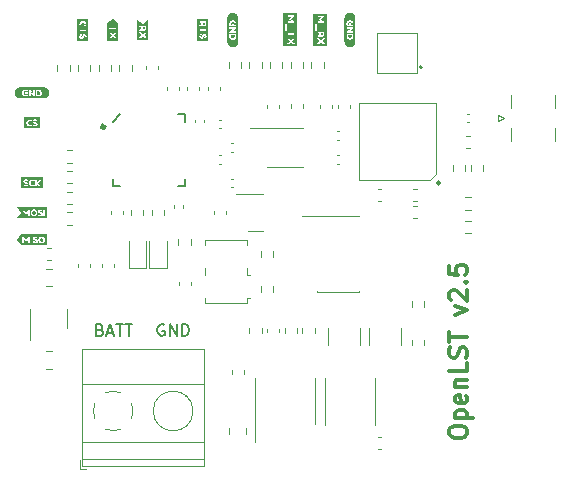
<source format=gto>
%TF.GenerationSoftware,KiCad,Pcbnew,5.99.0-unknown-c5e195bdff~131~ubuntu20.04.1*%
%TF.CreationDate,2021-08-04T16:13:58-04:00*%
%TF.ProjectId,openlst-hw,6f70656e-6c73-4742-9d68-772e6b696361,rev?*%
%TF.SameCoordinates,Original*%
%TF.FileFunction,Legend,Top*%
%TF.FilePolarity,Positive*%
%FSLAX46Y46*%
G04 Gerber Fmt 4.6, Leading zero omitted, Abs format (unit mm)*
G04 Created by KiCad (PCBNEW 5.99.0-unknown-c5e195bdff~131~ubuntu20.04.1) date 2021-08-04 16:13:58*
%MOMM*%
%LPD*%
G01*
G04 APERTURE LIST*
%ADD10C,0.300000*%
%ADD11C,0.200000*%
%ADD12C,0.120000*%
%ADD13C,0.150000*%
%ADD14C,0.100000*%
%ADD15C,0.250000*%
%ADD16C,0.127000*%
G04 APERTURE END LIST*
D10*
X178228571Y-112114285D02*
X178228571Y-111828571D01*
X178300000Y-111685714D01*
X178442857Y-111542857D01*
X178728571Y-111471428D01*
X179228571Y-111471428D01*
X179514285Y-111542857D01*
X179657142Y-111685714D01*
X179728571Y-111828571D01*
X179728571Y-112114285D01*
X179657142Y-112257142D01*
X179514285Y-112400000D01*
X179228571Y-112471428D01*
X178728571Y-112471428D01*
X178442857Y-112400000D01*
X178300000Y-112257142D01*
X178228571Y-112114285D01*
X178728571Y-110828571D02*
X180228571Y-110828571D01*
X178800000Y-110828571D02*
X178728571Y-110685714D01*
X178728571Y-110400000D01*
X178800000Y-110257142D01*
X178871428Y-110185714D01*
X179014285Y-110114285D01*
X179442857Y-110114285D01*
X179585714Y-110185714D01*
X179657142Y-110257142D01*
X179728571Y-110400000D01*
X179728571Y-110685714D01*
X179657142Y-110828571D01*
X179657142Y-108900000D02*
X179728571Y-109042857D01*
X179728571Y-109328571D01*
X179657142Y-109471428D01*
X179514285Y-109542857D01*
X178942857Y-109542857D01*
X178800000Y-109471428D01*
X178728571Y-109328571D01*
X178728571Y-109042857D01*
X178800000Y-108900000D01*
X178942857Y-108828571D01*
X179085714Y-108828571D01*
X179228571Y-109542857D01*
X178728571Y-108185714D02*
X179728571Y-108185714D01*
X178871428Y-108185714D02*
X178800000Y-108114285D01*
X178728571Y-107971428D01*
X178728571Y-107757142D01*
X178800000Y-107614285D01*
X178942857Y-107542857D01*
X179728571Y-107542857D01*
X179728571Y-106114285D02*
X179728571Y-106828571D01*
X178228571Y-106828571D01*
X179657142Y-105685714D02*
X179728571Y-105471428D01*
X179728571Y-105114285D01*
X179657142Y-104971428D01*
X179585714Y-104900000D01*
X179442857Y-104828571D01*
X179300000Y-104828571D01*
X179157142Y-104900000D01*
X179085714Y-104971428D01*
X179014285Y-105114285D01*
X178942857Y-105400000D01*
X178871428Y-105542857D01*
X178800000Y-105614285D01*
X178657142Y-105685714D01*
X178514285Y-105685714D01*
X178371428Y-105614285D01*
X178300000Y-105542857D01*
X178228571Y-105400000D01*
X178228571Y-105042857D01*
X178300000Y-104828571D01*
X178228571Y-104400000D02*
X178228571Y-103542857D01*
X179728571Y-103971428D02*
X178228571Y-103971428D01*
X178728571Y-102042857D02*
X179728571Y-101685714D01*
X178728571Y-101328571D01*
X178371428Y-100828571D02*
X178300000Y-100757142D01*
X178228571Y-100614285D01*
X178228571Y-100257142D01*
X178300000Y-100114285D01*
X178371428Y-100042857D01*
X178514285Y-99971428D01*
X178657142Y-99971428D01*
X178871428Y-100042857D01*
X179728571Y-100900000D01*
X179728571Y-99971428D01*
X179585714Y-99328571D02*
X179657142Y-99257142D01*
X179728571Y-99328571D01*
X179657142Y-99400000D01*
X179585714Y-99328571D01*
X179728571Y-99328571D01*
X178228571Y-97900000D02*
X178228571Y-98614285D01*
X178942857Y-98685714D01*
X178871428Y-98614285D01*
X178800000Y-98471428D01*
X178800000Y-98114285D01*
X178871428Y-97971428D01*
X178942857Y-97900000D01*
X179085714Y-97828571D01*
X179442857Y-97828571D01*
X179585714Y-97900000D01*
X179657142Y-97971428D01*
X179728571Y-98114285D01*
X179728571Y-98471428D01*
X179657142Y-98614285D01*
X179585714Y-98685714D01*
D11*
X148636476Y-103328571D02*
X148779333Y-103376190D01*
X148826952Y-103423809D01*
X148874571Y-103519047D01*
X148874571Y-103661904D01*
X148826952Y-103757142D01*
X148779333Y-103804761D01*
X148684095Y-103852380D01*
X148303143Y-103852380D01*
X148303143Y-102852380D01*
X148636476Y-102852380D01*
X148731714Y-102900000D01*
X148779333Y-102947619D01*
X148826952Y-103042857D01*
X148826952Y-103138095D01*
X148779333Y-103233333D01*
X148731714Y-103280952D01*
X148636476Y-103328571D01*
X148303143Y-103328571D01*
X149255524Y-103566666D02*
X149731714Y-103566666D01*
X149160285Y-103852380D02*
X149493619Y-102852380D01*
X149826952Y-103852380D01*
X150017428Y-102852380D02*
X150588857Y-102852380D01*
X150303143Y-103852380D02*
X150303143Y-102852380D01*
X150779333Y-102852380D02*
X151350762Y-102852380D01*
X151065047Y-103852380D02*
X151065047Y-102852380D01*
X154073095Y-102900000D02*
X153977857Y-102852380D01*
X153835000Y-102852380D01*
X153692142Y-102900000D01*
X153596904Y-102995238D01*
X153549285Y-103090476D01*
X153501666Y-103280952D01*
X153501666Y-103423809D01*
X153549285Y-103614285D01*
X153596904Y-103709523D01*
X153692142Y-103804761D01*
X153835000Y-103852380D01*
X153930238Y-103852380D01*
X154073095Y-103804761D01*
X154120714Y-103757142D01*
X154120714Y-103423809D01*
X153930238Y-103423809D01*
X154549285Y-103852380D02*
X154549285Y-102852380D01*
X155120714Y-103852380D01*
X155120714Y-102852380D01*
X155596904Y-103852380D02*
X155596904Y-102852380D01*
X155835000Y-102852380D01*
X155977857Y-102900000D01*
X156073095Y-102995238D01*
X156120714Y-103090476D01*
X156168333Y-103280952D01*
X156168333Y-103423809D01*
X156120714Y-103614285D01*
X156073095Y-103709523D01*
X155977857Y-103804761D01*
X155835000Y-103852380D01*
X155596904Y-103852380D01*
%TO.C,kibuzzard-610AEA01*%
G36*
X164171698Y-79340836D02*
G01*
X164171698Y-78694063D01*
X164510100Y-78694063D01*
X164541850Y-78742878D01*
X164714887Y-78893691D01*
X164541850Y-79044503D01*
X164510100Y-79093319D01*
X164537881Y-79144913D01*
X164586300Y-79175472D01*
X164637100Y-79148484D01*
X164812519Y-78988941D01*
X164987938Y-79148484D01*
X165037944Y-79175472D01*
X165087156Y-79144516D01*
X165114938Y-79093319D01*
X165083188Y-79044503D01*
X164910150Y-78893691D01*
X165083188Y-78742878D01*
X165114938Y-78694063D01*
X165086759Y-78642072D01*
X165037944Y-78611116D01*
X164987938Y-78638897D01*
X164812519Y-78798441D01*
X164637100Y-78638897D01*
X164586300Y-78611116D01*
X164538278Y-78642469D01*
X164510100Y-78694063D01*
X164171698Y-78694063D01*
X164171698Y-78308697D01*
X164518037Y-78308697D01*
X164522800Y-78348384D01*
X164539072Y-78369419D01*
X164559312Y-78376563D01*
X164586300Y-78377753D01*
X164985556Y-78377753D01*
X164985556Y-78529359D01*
X164992700Y-78569841D01*
X165009766Y-78583334D01*
X165042706Y-78587303D01*
X165076044Y-78583334D01*
X165094697Y-78567459D01*
X165100650Y-78530153D01*
X165100650Y-78088828D01*
X165093506Y-78048347D01*
X165076441Y-78034853D01*
X165043500Y-78030884D01*
X165010163Y-78034853D01*
X164991509Y-78050728D01*
X164985556Y-78088034D01*
X164985556Y-78240434D01*
X164587094Y-78240434D01*
X164559709Y-78241625D01*
X164539072Y-78248769D01*
X164522800Y-78269406D01*
X164518037Y-78308697D01*
X164171698Y-78308697D01*
X164171698Y-77423666D01*
X164337062Y-77423666D01*
X164337062Y-77957859D01*
X164343412Y-77991991D01*
X164360081Y-78003500D01*
X164391434Y-78007072D01*
X164422787Y-78003103D01*
X164446600Y-77958653D01*
X164446600Y-77424459D01*
X164440250Y-77390328D01*
X164423581Y-77378819D01*
X164391831Y-77375247D01*
X164360081Y-77379216D01*
X164337062Y-77423666D01*
X164171698Y-77423666D01*
X164171698Y-76773584D01*
X164518831Y-76773584D01*
X164524189Y-76814066D01*
X164540262Y-76835497D01*
X164560503Y-76843037D01*
X164587887Y-76844228D01*
X164855381Y-76844228D01*
X164835637Y-76858912D01*
X164785928Y-76895028D01*
X164732449Y-76934120D01*
X164701394Y-76957734D01*
X164692662Y-76964084D01*
X164676391Y-76985119D01*
X164668056Y-77017662D01*
X164677184Y-77051000D01*
X164691472Y-77070447D01*
X164710125Y-77084734D01*
X164733640Y-77101998D01*
X164777197Y-77133153D01*
X164823532Y-77166689D01*
X164855381Y-77191097D01*
X164589475Y-77191097D01*
X164548200Y-77195066D01*
X164532325Y-77206178D01*
X164522800Y-77226816D01*
X164518831Y-77263328D01*
X164523594Y-77301428D01*
X164544430Y-77324050D01*
X164587887Y-77331591D01*
X165028419Y-77331591D01*
X165056200Y-77330400D01*
X165077631Y-77322859D01*
X165093705Y-77301924D01*
X165099063Y-77261344D01*
X165093705Y-77220168D01*
X165077631Y-77197447D01*
X165049914Y-77175762D01*
X165012480Y-77146901D01*
X164965332Y-77110865D01*
X164908467Y-77067653D01*
X164841888Y-77017266D01*
X165078425Y-76837084D01*
X165083188Y-76832322D01*
X165093903Y-76812081D01*
X165099063Y-76775172D01*
X165093903Y-76734691D01*
X165078425Y-76713259D01*
X165057391Y-76705719D01*
X165030006Y-76704528D01*
X164589475Y-76704528D01*
X164560900Y-76705719D01*
X164540262Y-76713259D01*
X164524189Y-76734294D01*
X164518831Y-76773584D01*
X164171698Y-76773584D01*
X164171698Y-76539164D01*
X165280302Y-76539164D01*
X165280302Y-79340836D01*
X164171698Y-79340836D01*
G37*
%TO.C,kibuzzard-610AE9EB*%
G36*
X166711698Y-79301149D02*
G01*
X166711698Y-78654375D01*
X167050100Y-78654375D01*
X167081850Y-78703191D01*
X167254887Y-78854003D01*
X167081850Y-79004816D01*
X167050100Y-79053631D01*
X167077881Y-79105225D01*
X167126300Y-79135784D01*
X167177100Y-79108797D01*
X167352519Y-78949253D01*
X167527938Y-79108797D01*
X167577944Y-79135784D01*
X167627156Y-79104828D01*
X167654938Y-79053631D01*
X167623188Y-79004816D01*
X167450150Y-78854003D01*
X167623188Y-78703191D01*
X167654938Y-78654375D01*
X167626759Y-78602384D01*
X167577944Y-78571428D01*
X167527938Y-78599209D01*
X167352519Y-78758753D01*
X167177100Y-78599209D01*
X167126300Y-78571428D01*
X167078278Y-78602781D01*
X167050100Y-78654375D01*
X166711698Y-78654375D01*
X166711698Y-78457525D01*
X167053275Y-78457525D01*
X167064387Y-78498403D01*
X167087406Y-78535313D01*
X167115187Y-78547616D01*
X167156462Y-78535709D01*
X167206998Y-78513484D01*
X167248537Y-78495493D01*
X167281081Y-78481734D01*
X167323238Y-78514807D01*
X167372451Y-78534651D01*
X167428719Y-78541266D01*
X167477931Y-78536106D01*
X167522381Y-78520628D01*
X167560084Y-78497213D01*
X167589056Y-78468241D01*
X167617278Y-78423879D01*
X167634212Y-78378635D01*
X167639856Y-78332509D01*
X167639856Y-78161059D01*
X167634498Y-78120181D01*
X167618425Y-78099147D01*
X167597391Y-78091606D01*
X167570006Y-78090416D01*
X167129475Y-78090416D01*
X167088200Y-78095178D01*
X167066173Y-78116213D01*
X167058831Y-78160266D01*
X167064189Y-78201144D01*
X167080262Y-78222178D01*
X167101297Y-78229719D01*
X167128681Y-78230909D01*
X167218375Y-78230909D01*
X167218375Y-78330922D01*
X167219962Y-78355528D01*
X167146849Y-78386396D01*
X167098960Y-78407034D01*
X167076294Y-78417441D01*
X167060816Y-78432125D01*
X167053275Y-78457525D01*
X166711698Y-78457525D01*
X166711698Y-77463353D01*
X166877062Y-77463353D01*
X166877062Y-77997547D01*
X166883412Y-78031678D01*
X166900081Y-78043188D01*
X166931434Y-78046759D01*
X166962787Y-78042791D01*
X166986600Y-77998341D01*
X166986600Y-77464147D01*
X166980250Y-77430016D01*
X166963581Y-77418506D01*
X166931831Y-77414934D01*
X166900081Y-77418903D01*
X166877062Y-77463353D01*
X166711698Y-77463353D01*
X166711698Y-76813272D01*
X167058831Y-76813272D01*
X167064189Y-76853753D01*
X167080262Y-76875184D01*
X167100503Y-76882725D01*
X167127887Y-76883916D01*
X167395381Y-76883916D01*
X167375637Y-76898600D01*
X167325928Y-76934716D01*
X167272449Y-76973808D01*
X167241394Y-76997422D01*
X167232662Y-77003772D01*
X167216391Y-77024806D01*
X167208056Y-77057350D01*
X167217184Y-77090687D01*
X167231472Y-77110134D01*
X167250125Y-77124422D01*
X167273640Y-77141686D01*
X167317197Y-77172841D01*
X167363532Y-77206377D01*
X167395381Y-77230784D01*
X167129475Y-77230784D01*
X167088200Y-77234753D01*
X167072325Y-77245866D01*
X167062800Y-77266503D01*
X167058831Y-77303016D01*
X167063594Y-77341116D01*
X167084430Y-77363737D01*
X167127887Y-77371278D01*
X167568419Y-77371278D01*
X167596200Y-77370087D01*
X167617631Y-77362547D01*
X167633705Y-77341612D01*
X167639063Y-77301031D01*
X167633705Y-77259855D01*
X167617631Y-77237134D01*
X167589914Y-77215449D01*
X167552480Y-77186588D01*
X167505332Y-77150552D01*
X167448467Y-77107340D01*
X167381888Y-77056953D01*
X167618425Y-76876772D01*
X167623188Y-76872009D01*
X167633903Y-76851769D01*
X167639063Y-76814859D01*
X167633903Y-76774378D01*
X167618425Y-76752947D01*
X167597391Y-76745406D01*
X167570006Y-76744216D01*
X167129475Y-76744216D01*
X167100900Y-76745406D01*
X167080262Y-76752947D01*
X167064189Y-76773981D01*
X167058831Y-76813272D01*
X166711698Y-76813272D01*
X166711698Y-76578851D01*
X167820302Y-76578851D01*
X167820302Y-79301149D01*
X166711698Y-79301149D01*
G37*
G36*
X167499363Y-78330922D02*
G01*
X167481503Y-78378547D01*
X167428719Y-78401566D01*
X167376331Y-78378547D01*
X167358869Y-78332509D01*
X167358869Y-78230909D01*
X167499363Y-78230909D01*
X167499363Y-78330922D01*
G37*
%TO.C,kibuzzard-610AE73D*%
G36*
X169955225Y-78478163D02*
G01*
X169944410Y-78534618D01*
X169911966Y-78583334D01*
X169863448Y-78616970D01*
X169804412Y-78628181D01*
X169745576Y-78616672D01*
X169697653Y-78582144D01*
X169665804Y-78533328D01*
X169655187Y-78478956D01*
X169655187Y-78401963D01*
X169955225Y-78401963D01*
X169955225Y-78478163D01*
G37*
G36*
X170269161Y-78979657D02*
G01*
X170262460Y-79024835D01*
X170251362Y-79069139D01*
X170235975Y-79112141D01*
X170216448Y-79153429D01*
X170192968Y-79192603D01*
X170165761Y-79229288D01*
X170135089Y-79263129D01*
X170101248Y-79293800D01*
X170064564Y-79321007D01*
X170025389Y-79344488D01*
X169984102Y-79364015D01*
X169941099Y-79379402D01*
X169896795Y-79390499D01*
X169851617Y-79397201D01*
X169806000Y-79399442D01*
X169760383Y-79397201D01*
X169715205Y-79390499D01*
X169670901Y-79379402D01*
X169627898Y-79364015D01*
X169586611Y-79344488D01*
X169547436Y-79321007D01*
X169510752Y-79293800D01*
X169476911Y-79263129D01*
X169446239Y-79229288D01*
X169419032Y-79192603D01*
X169395552Y-79153429D01*
X169376025Y-79112141D01*
X169360638Y-79069139D01*
X169349540Y-79024835D01*
X169342839Y-78979657D01*
X169340598Y-78934040D01*
X169340598Y-78331319D01*
X169514694Y-78331319D01*
X169514694Y-78476575D01*
X169520101Y-78535040D01*
X169536323Y-78588990D01*
X169563361Y-78638426D01*
X169601212Y-78683347D01*
X169646630Y-78720678D01*
X169696363Y-78747343D01*
X169750413Y-78763342D01*
X169808778Y-78768675D01*
X169866920Y-78763218D01*
X169920300Y-78746847D01*
X169968917Y-78719562D01*
X170012772Y-78681363D01*
X170049061Y-78635970D01*
X170074982Y-78587105D01*
X170090535Y-78534767D01*
X170095719Y-78478956D01*
X170096513Y-78332113D01*
X170091155Y-78291234D01*
X170075081Y-78270200D01*
X170054444Y-78262659D01*
X170026663Y-78261469D01*
X169585337Y-78261469D01*
X169534537Y-78270994D01*
X169519655Y-78292028D01*
X169514694Y-78331319D01*
X169340598Y-78331319D01*
X169340598Y-77759025D01*
X169513900Y-77759025D01*
X169519258Y-77799903D01*
X169535331Y-77820938D01*
X169555969Y-77828478D01*
X169583750Y-77829669D01*
X169844894Y-77829669D01*
X169815966Y-77851850D01*
X169777866Y-77880822D01*
X169730594Y-77916584D01*
X169674149Y-77959138D01*
X169608533Y-78008483D01*
X169533744Y-78064619D01*
X169518662Y-78084463D01*
X169513900Y-78127325D01*
X169519258Y-78168203D01*
X169535331Y-78189238D01*
X169555969Y-78196778D01*
X169583750Y-78197969D01*
X170024281Y-78197969D01*
X170064763Y-78193206D01*
X170081431Y-78183284D01*
X170090956Y-78162647D01*
X170094925Y-78126134D01*
X170090163Y-78088431D01*
X170071509Y-78065809D01*
X170027456Y-78058269D01*
X169759169Y-78058269D01*
X169787810Y-78036397D01*
X169825050Y-78008351D01*
X169870889Y-77974131D01*
X169925327Y-77933738D01*
X169988364Y-77887172D01*
X170060000Y-77834431D01*
X170080638Y-77816175D01*
X170090559Y-77796728D01*
X170094925Y-77759025D01*
X170090163Y-77720131D01*
X170071509Y-77697509D01*
X170027456Y-77689969D01*
X169584544Y-77689969D01*
X169556762Y-77691159D01*
X169535331Y-77698700D01*
X169519258Y-77719338D01*
X169513900Y-77759025D01*
X169340598Y-77759025D01*
X169340598Y-77404219D01*
X169505962Y-77404219D01*
X169510279Y-77466727D01*
X169523227Y-77520900D01*
X169544807Y-77566739D01*
X169575019Y-77604244D01*
X169623437Y-77626469D01*
X169798062Y-77626469D01*
X169842513Y-77618531D01*
X169864738Y-77566144D01*
X169864738Y-77426444D01*
X169857594Y-77388344D01*
X169840131Y-77375247D01*
X169806397Y-77371675D01*
X169773059Y-77374850D01*
X169754406Y-77388344D01*
X169748056Y-77423269D01*
X169748056Y-77485975D01*
X169661537Y-77485975D01*
X169650822Y-77448867D01*
X169647250Y-77407394D01*
X169659255Y-77350244D01*
X169695272Y-77299444D01*
X169729580Y-77272985D01*
X169768473Y-77257110D01*
X169811953Y-77251819D01*
X169874064Y-77263527D01*
X169923078Y-77298650D01*
X169954927Y-77348855D01*
X169965544Y-77405806D01*
X169960087Y-77448669D01*
X169943716Y-77485181D01*
X169921888Y-77533600D01*
X169932405Y-77560389D01*
X169963956Y-77589956D01*
X170008803Y-77608213D01*
X170044125Y-77586781D01*
X170078521Y-77530072D01*
X170099158Y-77471070D01*
X170106038Y-77409775D01*
X170100754Y-77351434D01*
X170084904Y-77297063D01*
X170058487Y-77246659D01*
X170021503Y-77200225D01*
X169976631Y-77161331D01*
X169926551Y-77133550D01*
X169871261Y-77116881D01*
X169810763Y-77111325D01*
X169749966Y-77116782D01*
X169693784Y-77133153D01*
X169642215Y-77160438D01*
X169595259Y-77198638D01*
X169556192Y-77244229D01*
X169528287Y-77293689D01*
X169511544Y-77347019D01*
X169505962Y-77404219D01*
X169340598Y-77404219D01*
X169340598Y-76945960D01*
X169342839Y-76900343D01*
X169349540Y-76855165D01*
X169360638Y-76810861D01*
X169376025Y-76767859D01*
X169395552Y-76726571D01*
X169419032Y-76687397D01*
X169446239Y-76650712D01*
X169476911Y-76616871D01*
X169510752Y-76586200D01*
X169547436Y-76558993D01*
X169586611Y-76535512D01*
X169627898Y-76515985D01*
X169670901Y-76500598D01*
X169715205Y-76489501D01*
X169760383Y-76482799D01*
X169806000Y-76480558D01*
X169851617Y-76482799D01*
X169896795Y-76489501D01*
X169941099Y-76500598D01*
X169984102Y-76515985D01*
X170025389Y-76535512D01*
X170064564Y-76558993D01*
X170101248Y-76586200D01*
X170135089Y-76616871D01*
X170165761Y-76650712D01*
X170192968Y-76687397D01*
X170216448Y-76726571D01*
X170235975Y-76767859D01*
X170251362Y-76810861D01*
X170262460Y-76855165D01*
X170269161Y-76900343D01*
X170271402Y-76945960D01*
X170271402Y-78934040D01*
X170269161Y-78979657D01*
G37*
%TO.C,kibuzzard-610AE972*%
G36*
X143763250Y-95573355D02*
G01*
X143811569Y-95606097D01*
X143836925Y-95638376D01*
X143852139Y-95677005D01*
X143857210Y-95721984D01*
X143852183Y-95766875D01*
X143837102Y-95805240D01*
X143811966Y-95837078D01*
X143763944Y-95869225D01*
X143710366Y-95879941D01*
X143656689Y-95868927D01*
X143608369Y-95835888D01*
X143583014Y-95803564D01*
X143567800Y-95765332D01*
X143562729Y-95721191D01*
X143567756Y-95677049D01*
X143582837Y-95638817D01*
X143607973Y-95606494D01*
X143655994Y-95573454D01*
X143709573Y-95562441D01*
X143763250Y-95573355D01*
G37*
G36*
X141600932Y-95720000D02*
G01*
X141748304Y-95498941D01*
X142076829Y-95498941D01*
X142076829Y-95939472D01*
X142078019Y-95968047D01*
X142085560Y-95988684D01*
X142106594Y-96004758D01*
X142145885Y-96010116D01*
X142186366Y-96004758D01*
X142207798Y-95988684D01*
X142215338Y-95968444D01*
X142216529Y-95941059D01*
X142216529Y-95673566D01*
X142231213Y-95693310D01*
X142267329Y-95743019D01*
X142306421Y-95796498D01*
X142330035Y-95827553D01*
X142336385Y-95836284D01*
X142357419Y-95852556D01*
X142389963Y-95860891D01*
X142423301Y-95851763D01*
X142442748Y-95837475D01*
X142457035Y-95818822D01*
X142474299Y-95795307D01*
X142505454Y-95751750D01*
X142538990Y-95705415D01*
X142563398Y-95673566D01*
X142563398Y-95939472D01*
X142567366Y-95980747D01*
X142578479Y-95996622D01*
X142599116Y-96006147D01*
X142635629Y-96010116D01*
X142673729Y-96005353D01*
X142696351Y-95984517D01*
X142703891Y-95941059D01*
X142703891Y-95500528D01*
X142703823Y-95498941D01*
X142767391Y-95498941D01*
X142767391Y-95940266D01*
X142772154Y-95980747D01*
X142793188Y-96003369D01*
X142837241Y-96010909D01*
X142878119Y-96005552D01*
X142899154Y-95989478D01*
X142906694Y-95968841D01*
X142907885Y-95941059D01*
X142907885Y-95883513D01*
X142959479Y-95883513D01*
X142980116Y-95929153D01*
X142987260Y-95937884D01*
X143010279Y-95962094D01*
X143045998Y-95987097D01*
X143099973Y-96009719D01*
X143134302Y-96016565D01*
X143170616Y-96018847D01*
X143218330Y-96014173D01*
X143264102Y-96000150D01*
X143307935Y-95976778D01*
X143338098Y-95950882D01*
X143361910Y-95916056D01*
X143377388Y-95873690D01*
X143382548Y-95825172D01*
X143377487Y-95777646D01*
X143362307Y-95738256D01*
X143352409Y-95725159D01*
X143422235Y-95725159D01*
X143427518Y-95783401D01*
X143443369Y-95837475D01*
X143469786Y-95887382D01*
X143506769Y-95933122D01*
X143551294Y-95971321D01*
X143600333Y-95998606D01*
X143653886Y-96014977D01*
X143711954Y-96020434D01*
X143769898Y-96014903D01*
X143823079Y-95998309D01*
X143871498Y-95970651D01*
X143915154Y-95931931D01*
X143951269Y-95885348D01*
X143977066Y-95834102D01*
X143992544Y-95778192D01*
X143997704Y-95717619D01*
X143992296Y-95657269D01*
X143976074Y-95602029D01*
X143949037Y-95551899D01*
X143911185Y-95506878D01*
X143865991Y-95469721D01*
X143816927Y-95443180D01*
X143763994Y-95427255D01*
X143707191Y-95421947D01*
X143653216Y-95427503D01*
X143600829Y-95444172D01*
X143552212Y-95470564D01*
X143509548Y-95505291D01*
X143473829Y-95548848D01*
X143446048Y-95601731D01*
X143428188Y-95661362D01*
X143422235Y-95725159D01*
X143352409Y-95725159D01*
X143339586Y-95708193D01*
X143311904Y-95688647D01*
X143280352Y-95675451D01*
X143246023Y-95664437D01*
X143211693Y-95655805D01*
X143180141Y-95649753D01*
X143129738Y-95631497D01*
X143109498Y-95596175D01*
X143126563Y-95562044D01*
X143169426Y-95549741D01*
X143211891Y-95560059D01*
X143224194Y-95570378D01*
X143233323Y-95578316D01*
X143274598Y-95594191D01*
X143302776Y-95584269D01*
X143330160Y-95554503D01*
X143349210Y-95510847D01*
X143324604Y-95471953D01*
X143304760Y-95456872D01*
X143250388Y-95431869D01*
X143209014Y-95422641D01*
X143163473Y-95419566D01*
X143107866Y-95425342D01*
X143060638Y-95442673D01*
X143021788Y-95471556D01*
X142992905Y-95508201D01*
X142975574Y-95548815D01*
X142969798Y-95593397D01*
X142974858Y-95640526D01*
X142990038Y-95680312D01*
X143012759Y-95711566D01*
X143040441Y-95733097D01*
X143071794Y-95748674D01*
X143105529Y-95762069D01*
X143139263Y-95772685D01*
X143170616Y-95779928D01*
X143221019Y-95797788D01*
X143241260Y-95828347D01*
X143233058Y-95861861D01*
X143208452Y-95881969D01*
X143167441Y-95888672D01*
X143129341Y-95876369D01*
X143097591Y-95850572D01*
X143062269Y-95820806D01*
X143035679Y-95810884D01*
X142993610Y-95829934D01*
X142968012Y-95859998D01*
X142959479Y-95883513D01*
X142907885Y-95883513D01*
X142907885Y-95499734D01*
X142903916Y-95458459D01*
X142882287Y-95436433D01*
X142838035Y-95429091D01*
X142797157Y-95434448D01*
X142776123Y-95450522D01*
X142768582Y-95471556D01*
X142767391Y-95498941D01*
X142703823Y-95498941D01*
X142702701Y-95472747D01*
X142695160Y-95451316D01*
X142674225Y-95435242D01*
X142633644Y-95429884D01*
X142592469Y-95435242D01*
X142569748Y-95451316D01*
X142548062Y-95479033D01*
X142519202Y-95516467D01*
X142483165Y-95563615D01*
X142439954Y-95620480D01*
X142389566Y-95687059D01*
X142209385Y-95450522D01*
X142204623Y-95445759D01*
X142184382Y-95435044D01*
X142147473Y-95429884D01*
X142106991Y-95435044D01*
X142085560Y-95450522D01*
X142078019Y-95471556D01*
X142076829Y-95498941D01*
X141748304Y-95498941D01*
X141911464Y-95254201D01*
X144163068Y-95254201D01*
X144163068Y-96185799D01*
X141911464Y-96185799D01*
X141600932Y-95720000D01*
G37*
%TO.C,kibuzzard-610AE965*%
G36*
X143102453Y-93287355D02*
G01*
X143150773Y-93320097D01*
X143176128Y-93352376D01*
X143191342Y-93391005D01*
X143196413Y-93435984D01*
X143191386Y-93480875D01*
X143176305Y-93519240D01*
X143151169Y-93551078D01*
X143103148Y-93583225D01*
X143049569Y-93593941D01*
X142995892Y-93582927D01*
X142947573Y-93549888D01*
X142922217Y-93517564D01*
X142907003Y-93479332D01*
X142901932Y-93435191D01*
X142906959Y-93391049D01*
X142922040Y-93352817D01*
X142947176Y-93320494D01*
X142995198Y-93287454D01*
X143048776Y-93276441D01*
X143102453Y-93287355D01*
G37*
G36*
X144157115Y-93899799D02*
G01*
X141606885Y-93899799D01*
X141917417Y-93434000D01*
X141770045Y-93212941D01*
X142082782Y-93212941D01*
X142082782Y-93653472D01*
X142083973Y-93682047D01*
X142091513Y-93702684D01*
X142112548Y-93718758D01*
X142151838Y-93724116D01*
X142192319Y-93718758D01*
X142213751Y-93702684D01*
X142221291Y-93682444D01*
X142222482Y-93655059D01*
X142222482Y-93387566D01*
X142237166Y-93407310D01*
X142273282Y-93457019D01*
X142312374Y-93510498D01*
X142335988Y-93541553D01*
X142342338Y-93550284D01*
X142363373Y-93566556D01*
X142395916Y-93574891D01*
X142429254Y-93565763D01*
X142448701Y-93551475D01*
X142462988Y-93532822D01*
X142480252Y-93509307D01*
X142511407Y-93465750D01*
X142544943Y-93419415D01*
X142569351Y-93387566D01*
X142569351Y-93653472D01*
X142573319Y-93694747D01*
X142584432Y-93710622D01*
X142605069Y-93720147D01*
X142641582Y-93724116D01*
X142679682Y-93719353D01*
X142702304Y-93698517D01*
X142709844Y-93655059D01*
X142709844Y-93439159D01*
X142761438Y-93439159D01*
X142766722Y-93497401D01*
X142782572Y-93551475D01*
X142808989Y-93601382D01*
X142845973Y-93647122D01*
X142890497Y-93685321D01*
X142939536Y-93712606D01*
X142993089Y-93728977D01*
X143051157Y-93734434D01*
X143109101Y-93728903D01*
X143162282Y-93712309D01*
X143210701Y-93684651D01*
X143254357Y-93645931D01*
X143290473Y-93599348D01*
X143291397Y-93597513D01*
X143376594Y-93597513D01*
X143397232Y-93643153D01*
X143404376Y-93651884D01*
X143427394Y-93676094D01*
X143463113Y-93701097D01*
X143517088Y-93723719D01*
X143551418Y-93730565D01*
X143587732Y-93732847D01*
X143635445Y-93728173D01*
X143681218Y-93714150D01*
X143725051Y-93690778D01*
X143755213Y-93664882D01*
X143779026Y-93630056D01*
X143794504Y-93587690D01*
X143799663Y-93539172D01*
X143794603Y-93491646D01*
X143779423Y-93452256D01*
X143756701Y-93422193D01*
X143729019Y-93402647D01*
X143697468Y-93389451D01*
X143663138Y-93378437D01*
X143628809Y-93369805D01*
X143597257Y-93363753D01*
X143546854Y-93345497D01*
X143526613Y-93310175D01*
X143543679Y-93276044D01*
X143586541Y-93263741D01*
X143629007Y-93274059D01*
X143641310Y-93284378D01*
X143650438Y-93292316D01*
X143691713Y-93308191D01*
X143719891Y-93298269D01*
X143747276Y-93268503D01*
X143766326Y-93224847D01*
X143758793Y-93212941D01*
X143851257Y-93212941D01*
X143851257Y-93654266D01*
X143856019Y-93694747D01*
X143877054Y-93717369D01*
X143921107Y-93724909D01*
X143961985Y-93719552D01*
X143983019Y-93703478D01*
X143990560Y-93682841D01*
X143991751Y-93655059D01*
X143991751Y-93213734D01*
X143987782Y-93172459D01*
X143966152Y-93150433D01*
X143921901Y-93143091D01*
X143881023Y-93148448D01*
X143859988Y-93164522D01*
X143852448Y-93185556D01*
X143851257Y-93212941D01*
X143758793Y-93212941D01*
X143741719Y-93185953D01*
X143721876Y-93170872D01*
X143667504Y-93145869D01*
X143626130Y-93136641D01*
X143580588Y-93133566D01*
X143524982Y-93139342D01*
X143477753Y-93156673D01*
X143438904Y-93185556D01*
X143410020Y-93222201D01*
X143392690Y-93262815D01*
X143386913Y-93307397D01*
X143391973Y-93354526D01*
X143407154Y-93394312D01*
X143429875Y-93425566D01*
X143457557Y-93447097D01*
X143488910Y-93462674D01*
X143522644Y-93476069D01*
X143556379Y-93486685D01*
X143587732Y-93493928D01*
X143638135Y-93511788D01*
X143658376Y-93542347D01*
X143650174Y-93575861D01*
X143625567Y-93595969D01*
X143584557Y-93602672D01*
X143546457Y-93590369D01*
X143514707Y-93564572D01*
X143479385Y-93534806D01*
X143452794Y-93524884D01*
X143410726Y-93543934D01*
X143385127Y-93573998D01*
X143376594Y-93597513D01*
X143291397Y-93597513D01*
X143316269Y-93548102D01*
X143331748Y-93492192D01*
X143336907Y-93431619D01*
X143331500Y-93371269D01*
X143315277Y-93316029D01*
X143288240Y-93265899D01*
X143250388Y-93220878D01*
X143205194Y-93183721D01*
X143156130Y-93157180D01*
X143103197Y-93141255D01*
X143046394Y-93135947D01*
X142992419Y-93141503D01*
X142940032Y-93158172D01*
X142891415Y-93184564D01*
X142848751Y-93219291D01*
X142813032Y-93262848D01*
X142785251Y-93315731D01*
X142767391Y-93375362D01*
X142761438Y-93439159D01*
X142709844Y-93439159D01*
X142709844Y-93214528D01*
X142708654Y-93186747D01*
X142701113Y-93165316D01*
X142680178Y-93149242D01*
X142639598Y-93143884D01*
X142598422Y-93149242D01*
X142575701Y-93165316D01*
X142554015Y-93193033D01*
X142525155Y-93230467D01*
X142489118Y-93277615D01*
X142445907Y-93334480D01*
X142395519Y-93401059D01*
X142215338Y-93164522D01*
X142210576Y-93159759D01*
X142190335Y-93149044D01*
X142153426Y-93143884D01*
X142112944Y-93149044D01*
X142091513Y-93164522D01*
X142083973Y-93185556D01*
X142082782Y-93212941D01*
X141770045Y-93212941D01*
X141606885Y-92968201D01*
X144157115Y-92968201D01*
X144157115Y-93899799D01*
G37*
%TO.C,kibuzzard-610AE8E6*%
G36*
X143778011Y-90428995D02*
G01*
X143778011Y-91359005D01*
X141985989Y-91359005D01*
X141985989Y-91058306D01*
X142151353Y-91058306D01*
X142171991Y-91103947D01*
X142179134Y-91112678D01*
X142202153Y-91136888D01*
X142237872Y-91161891D01*
X142291847Y-91184513D01*
X142326177Y-91191359D01*
X142362491Y-91193641D01*
X142410204Y-91188966D01*
X142455977Y-91174943D01*
X142499809Y-91151572D01*
X142529972Y-91125676D01*
X142553784Y-91090850D01*
X142569262Y-91048484D01*
X142574422Y-90999966D01*
X142569362Y-90952440D01*
X142554181Y-90913050D01*
X142538284Y-90892016D01*
X142614109Y-90892016D01*
X142619368Y-90951646D01*
X142635144Y-91006713D01*
X142659055Y-91054734D01*
X142688722Y-91093231D01*
X142723349Y-91124386D01*
X142762144Y-91150381D01*
X142802427Y-91170423D01*
X142841519Y-91183719D01*
X142879817Y-91191160D01*
X142917719Y-91193641D01*
X142956116Y-91190466D01*
X142995903Y-91180941D01*
X143049481Y-91160303D01*
X143076866Y-91143634D01*
X143101869Y-91123791D01*
X143112584Y-91096009D01*
X143095122Y-91051559D01*
X143067539Y-91018222D01*
X143041941Y-91007109D01*
X143003841Y-91022984D01*
X142989553Y-91033303D01*
X142958200Y-91046003D01*
X142911766Y-91052353D01*
X142860370Y-91043622D01*
X142810959Y-91017428D01*
X142770478Y-90967422D01*
X142758572Y-90933588D01*
X142754603Y-90895588D01*
X142758572Y-90857587D01*
X142770478Y-90823753D01*
X142810166Y-90774541D01*
X142860569Y-90747752D01*
X142911766Y-90738822D01*
X142961772Y-90745569D01*
X143000666Y-90765809D01*
X143041147Y-90783272D01*
X143067341Y-90772556D01*
X143096709Y-90740409D01*
X143113378Y-90696356D01*
X143100996Y-90673734D01*
X143164972Y-90673734D01*
X143164972Y-91115059D01*
X143169734Y-91155541D01*
X143190769Y-91178163D01*
X143234822Y-91185703D01*
X143275700Y-91180345D01*
X143296734Y-91164272D01*
X143304275Y-91143634D01*
X143305466Y-91115853D01*
X143305466Y-90961072D01*
X143480091Y-91160303D01*
X143528906Y-91193641D01*
X143580897Y-91166256D01*
X143612647Y-91118631D01*
X143586453Y-91069022D01*
X143556638Y-91036032D01*
X143517992Y-90995798D01*
X143470516Y-90948322D01*
X143414209Y-90893603D01*
X143445959Y-90863441D01*
X143491203Y-90819487D01*
X143530097Y-90780494D01*
X143562641Y-90746462D01*
X143588834Y-90717391D01*
X143612647Y-90669369D01*
X143580897Y-90621744D01*
X143528509Y-90594359D01*
X143480091Y-90626903D01*
X143451770Y-90659764D01*
X143420147Y-90696118D01*
X143385222Y-90735964D01*
X143346995Y-90779303D01*
X143305466Y-90826134D01*
X143305466Y-90674528D01*
X143301497Y-90633253D01*
X143279867Y-90611227D01*
X143235616Y-90603884D01*
X143194738Y-90609242D01*
X143173703Y-90625316D01*
X143166163Y-90646350D01*
X143164972Y-90673734D01*
X143100996Y-90673734D01*
X143092741Y-90658653D01*
X143070516Y-90644366D01*
X143051466Y-90633253D01*
X142993125Y-90609837D01*
X142954926Y-90601205D01*
X142917322Y-90598328D01*
X142865023Y-90603091D01*
X142812900Y-90617378D01*
X142760953Y-90641191D01*
X142721960Y-90666095D01*
X142687531Y-90696356D01*
X142658262Y-90733662D01*
X142634747Y-90779700D01*
X142619269Y-90832980D01*
X142614109Y-90892016D01*
X142538284Y-90892016D01*
X142531460Y-90882987D01*
X142503778Y-90863441D01*
X142472227Y-90850245D01*
X142437897Y-90839231D01*
X142403567Y-90830599D01*
X142372016Y-90824547D01*
X142321612Y-90806291D01*
X142301372Y-90770969D01*
X142318437Y-90736837D01*
X142361300Y-90724534D01*
X142403766Y-90734853D01*
X142416069Y-90745172D01*
X142425197Y-90753109D01*
X142466472Y-90768984D01*
X142494650Y-90759062D01*
X142522034Y-90729297D01*
X142541084Y-90685641D01*
X142516478Y-90646747D01*
X142496634Y-90631666D01*
X142442262Y-90606662D01*
X142400888Y-90597435D01*
X142355347Y-90594359D01*
X142299740Y-90600136D01*
X142252512Y-90617466D01*
X142213662Y-90646350D01*
X142184779Y-90682995D01*
X142167449Y-90723608D01*
X142161672Y-90768191D01*
X142166732Y-90815320D01*
X142181912Y-90855106D01*
X142204634Y-90886360D01*
X142232316Y-90907891D01*
X142263669Y-90923468D01*
X142297403Y-90936863D01*
X142331137Y-90947479D01*
X142362491Y-90954722D01*
X142412894Y-90972581D01*
X142433134Y-91003141D01*
X142424932Y-91036655D01*
X142400326Y-91056763D01*
X142359316Y-91063466D01*
X142321216Y-91051163D01*
X142289466Y-91025366D01*
X142254144Y-90995600D01*
X142227553Y-90985678D01*
X142185484Y-91004728D01*
X142159886Y-91034791D01*
X142151353Y-91058306D01*
X141985989Y-91058306D01*
X141985989Y-90428995D01*
X143778011Y-90428995D01*
G37*
%TO.C,kibuzzard-610AE8D4*%
G36*
X143528377Y-86279005D02*
G01*
X142235623Y-86279005D01*
X142235623Y-85812016D01*
X142400987Y-85812016D01*
X142406246Y-85871646D01*
X142422022Y-85926713D01*
X142445934Y-85974734D01*
X142475600Y-86013231D01*
X142510227Y-86044386D01*
X142549022Y-86070381D01*
X142589305Y-86090423D01*
X142628397Y-86103719D01*
X142666695Y-86111160D01*
X142704597Y-86113641D01*
X142742995Y-86110466D01*
X142782781Y-86100941D01*
X142836359Y-86080303D01*
X142863744Y-86063634D01*
X142888747Y-86043791D01*
X142899463Y-86016009D01*
X142884651Y-85978306D01*
X142939944Y-85978306D01*
X142960581Y-86023947D01*
X142967725Y-86032678D01*
X142990744Y-86056888D01*
X143026463Y-86081891D01*
X143080438Y-86104513D01*
X143114767Y-86111359D01*
X143151081Y-86113641D01*
X143198794Y-86108966D01*
X143244567Y-86094943D01*
X143288400Y-86071572D01*
X143318563Y-86045676D01*
X143342375Y-86010850D01*
X143357853Y-85968484D01*
X143363013Y-85919966D01*
X143357952Y-85872440D01*
X143342772Y-85833050D01*
X143320051Y-85802987D01*
X143292369Y-85783441D01*
X143260817Y-85770245D01*
X143226488Y-85759231D01*
X143192158Y-85750599D01*
X143160606Y-85744547D01*
X143110203Y-85726291D01*
X143089963Y-85690969D01*
X143107028Y-85656837D01*
X143149891Y-85644534D01*
X143192356Y-85654853D01*
X143204659Y-85665172D01*
X143213788Y-85673109D01*
X143255063Y-85688984D01*
X143283241Y-85679062D01*
X143310625Y-85649297D01*
X143329675Y-85605641D01*
X143305069Y-85566747D01*
X143285225Y-85551666D01*
X143230853Y-85526662D01*
X143189479Y-85517435D01*
X143143938Y-85514359D01*
X143088331Y-85520136D01*
X143041103Y-85537466D01*
X143002253Y-85566350D01*
X142973369Y-85602995D01*
X142956039Y-85643608D01*
X142950263Y-85688191D01*
X142955323Y-85735320D01*
X142970503Y-85775106D01*
X142993224Y-85806360D01*
X143020906Y-85827891D01*
X143052259Y-85843468D01*
X143085994Y-85856863D01*
X143119728Y-85867479D01*
X143151081Y-85874722D01*
X143201484Y-85892581D01*
X143221725Y-85923141D01*
X143213523Y-85956655D01*
X143188917Y-85976763D01*
X143147906Y-85983466D01*
X143109806Y-85971163D01*
X143078056Y-85945366D01*
X143042734Y-85915600D01*
X143016144Y-85905678D01*
X142974075Y-85924728D01*
X142948477Y-85954791D01*
X142939944Y-85978306D01*
X142884651Y-85978306D01*
X142882000Y-85971559D01*
X142854417Y-85938222D01*
X142828819Y-85927109D01*
X142790719Y-85942984D01*
X142776431Y-85953303D01*
X142745078Y-85966003D01*
X142698644Y-85972353D01*
X142647248Y-85963622D01*
X142597837Y-85937428D01*
X142557356Y-85887422D01*
X142545450Y-85853588D01*
X142541481Y-85815588D01*
X142545450Y-85777587D01*
X142557356Y-85743753D01*
X142597044Y-85694541D01*
X142647447Y-85667752D01*
X142698644Y-85658822D01*
X142748650Y-85665569D01*
X142787544Y-85685809D01*
X142828025Y-85703272D01*
X142854219Y-85692556D01*
X142883588Y-85660409D01*
X142900256Y-85616356D01*
X142879619Y-85578653D01*
X142857394Y-85564366D01*
X142838344Y-85553253D01*
X142780003Y-85529837D01*
X142741804Y-85521205D01*
X142704200Y-85518328D01*
X142651901Y-85523091D01*
X142599778Y-85537378D01*
X142547831Y-85561191D01*
X142508838Y-85586095D01*
X142474409Y-85616356D01*
X142445140Y-85653662D01*
X142421625Y-85699700D01*
X142406147Y-85752980D01*
X142400987Y-85812016D01*
X142235623Y-85812016D01*
X142235623Y-85348995D01*
X143528377Y-85348995D01*
X143528377Y-86279005D01*
G37*
%TO.C,kibuzzard-610AE73D*%
G36*
X143476618Y-83135590D02*
G01*
X143525334Y-83168034D01*
X143558970Y-83216552D01*
X143570181Y-83275588D01*
X143558672Y-83334424D01*
X143524144Y-83382347D01*
X143475328Y-83414196D01*
X143420956Y-83424813D01*
X143343963Y-83424813D01*
X143343963Y-83124775D01*
X143420163Y-83124775D01*
X143476618Y-83135590D01*
G37*
G36*
X143921657Y-82810839D02*
G01*
X143966835Y-82817540D01*
X144011139Y-82828638D01*
X144054141Y-82844025D01*
X144095429Y-82863552D01*
X144134603Y-82887032D01*
X144171288Y-82914239D01*
X144205129Y-82944911D01*
X144235800Y-82978752D01*
X144263007Y-83015436D01*
X144286488Y-83054611D01*
X144306015Y-83095898D01*
X144321402Y-83138901D01*
X144332499Y-83183205D01*
X144339201Y-83228383D01*
X144341442Y-83274000D01*
X144339201Y-83319617D01*
X144332499Y-83364795D01*
X144321402Y-83409099D01*
X144306015Y-83452102D01*
X144286488Y-83493389D01*
X144263007Y-83532564D01*
X144235800Y-83569248D01*
X144205129Y-83603089D01*
X144171288Y-83633761D01*
X144134603Y-83660968D01*
X144095429Y-83684448D01*
X144054141Y-83703975D01*
X144011139Y-83719362D01*
X143966835Y-83730460D01*
X143921657Y-83737161D01*
X143876040Y-83739402D01*
X141887960Y-83739402D01*
X141842343Y-83737161D01*
X141797165Y-83730460D01*
X141752861Y-83719362D01*
X141709859Y-83703975D01*
X141668571Y-83684448D01*
X141629397Y-83660968D01*
X141592712Y-83633761D01*
X141558871Y-83603089D01*
X141528200Y-83569248D01*
X141500993Y-83532564D01*
X141477512Y-83493389D01*
X141457985Y-83452102D01*
X141442598Y-83409099D01*
X141431501Y-83364795D01*
X141424799Y-83319617D01*
X141422558Y-83274000D01*
X141422792Y-83269237D01*
X142053325Y-83269237D01*
X142058782Y-83330034D01*
X142075153Y-83386216D01*
X142102438Y-83437785D01*
X142140638Y-83484741D01*
X142186229Y-83523808D01*
X142235689Y-83551713D01*
X142289019Y-83568456D01*
X142346219Y-83574038D01*
X142408727Y-83569721D01*
X142462900Y-83556773D01*
X142508739Y-83535193D01*
X142546244Y-83504981D01*
X142568469Y-83456563D01*
X142568469Y-83281938D01*
X142560531Y-83237487D01*
X142508144Y-83215262D01*
X142368444Y-83215262D01*
X142330344Y-83222406D01*
X142317247Y-83239869D01*
X142313675Y-83273603D01*
X142316850Y-83306941D01*
X142330344Y-83325594D01*
X142365269Y-83331944D01*
X142427975Y-83331944D01*
X142427975Y-83418463D01*
X142390867Y-83429178D01*
X142349394Y-83432750D01*
X142292244Y-83420745D01*
X142241444Y-83384728D01*
X142214985Y-83350420D01*
X142199110Y-83311527D01*
X142193819Y-83268047D01*
X142205527Y-83205936D01*
X142240650Y-83156922D01*
X142290855Y-83125073D01*
X142347806Y-83114456D01*
X142390669Y-83119913D01*
X142427181Y-83136284D01*
X142475600Y-83158112D01*
X142502389Y-83147595D01*
X142531956Y-83116044D01*
X142550213Y-83071197D01*
X142538895Y-83052544D01*
X142631969Y-83052544D01*
X142631969Y-83495456D01*
X142633159Y-83523238D01*
X142640700Y-83544669D01*
X142661338Y-83560742D01*
X142701025Y-83566100D01*
X142741903Y-83560742D01*
X142762938Y-83544669D01*
X142770478Y-83524031D01*
X142771669Y-83496250D01*
X142771669Y-83235106D01*
X142793850Y-83264034D01*
X142822822Y-83302134D01*
X142858584Y-83349406D01*
X142901138Y-83405851D01*
X142950483Y-83471467D01*
X143006619Y-83546256D01*
X143026463Y-83561338D01*
X143069325Y-83566100D01*
X143110203Y-83560742D01*
X143131238Y-83544669D01*
X143138778Y-83524031D01*
X143139969Y-83496250D01*
X143139969Y-83055719D01*
X143139689Y-83053337D01*
X143203469Y-83053337D01*
X143203469Y-83494663D01*
X143212994Y-83545463D01*
X143234028Y-83560345D01*
X143273319Y-83565306D01*
X143418575Y-83565306D01*
X143477040Y-83559899D01*
X143530990Y-83543677D01*
X143580426Y-83516639D01*
X143625347Y-83478788D01*
X143662678Y-83433370D01*
X143689343Y-83383637D01*
X143705342Y-83329587D01*
X143710675Y-83271222D01*
X143705218Y-83213080D01*
X143688847Y-83159700D01*
X143661562Y-83111083D01*
X143623363Y-83067228D01*
X143577970Y-83030939D01*
X143529105Y-83005018D01*
X143476767Y-82989465D01*
X143420956Y-82984281D01*
X143274113Y-82983487D01*
X143233234Y-82988845D01*
X143212200Y-83004919D01*
X143204659Y-83025556D01*
X143203469Y-83053337D01*
X143139689Y-83053337D01*
X143135206Y-83015237D01*
X143125284Y-82998569D01*
X143104647Y-82989044D01*
X143068134Y-82985075D01*
X143030431Y-82989837D01*
X143007809Y-83008491D01*
X143000269Y-83052544D01*
X143000269Y-83320831D01*
X142978397Y-83292190D01*
X142950351Y-83254950D01*
X142916131Y-83209111D01*
X142875738Y-83154673D01*
X142829172Y-83091636D01*
X142776431Y-83020000D01*
X142758175Y-82999362D01*
X142738728Y-82989441D01*
X142701025Y-82985075D01*
X142662131Y-82989837D01*
X142639509Y-83008491D01*
X142631969Y-83052544D01*
X142538895Y-83052544D01*
X142528781Y-83035875D01*
X142472072Y-83001479D01*
X142413070Y-82980842D01*
X142351775Y-82973962D01*
X142293434Y-82979246D01*
X142239063Y-82995096D01*
X142188659Y-83021513D01*
X142142225Y-83058497D01*
X142103331Y-83103369D01*
X142075550Y-83153449D01*
X142058881Y-83208739D01*
X142053325Y-83269237D01*
X141422792Y-83269237D01*
X141424799Y-83228383D01*
X141431501Y-83183205D01*
X141442598Y-83138901D01*
X141457985Y-83095898D01*
X141477512Y-83054611D01*
X141500993Y-83015436D01*
X141528200Y-82978752D01*
X141558871Y-82944911D01*
X141592712Y-82914239D01*
X141629397Y-82887032D01*
X141668571Y-82863552D01*
X141709859Y-82844025D01*
X141752861Y-82828638D01*
X141797165Y-82817540D01*
X141842343Y-82810839D01*
X141887960Y-82808598D01*
X143876040Y-82808598D01*
X143921657Y-82810839D01*
G37*
%TO.C,kibuzzard-610AE773*%
G36*
X151800217Y-78793977D02*
G01*
X151800217Y-78147203D01*
X151965581Y-78147203D01*
X151997331Y-78196018D01*
X152170369Y-78346831D01*
X151997331Y-78497643D01*
X151965581Y-78546459D01*
X151993362Y-78598053D01*
X152041781Y-78628612D01*
X152092581Y-78601625D01*
X152268000Y-78442081D01*
X152443419Y-78601625D01*
X152493425Y-78628612D01*
X152542638Y-78597656D01*
X152570419Y-78546459D01*
X152538669Y-78497643D01*
X152365631Y-78346831D01*
X152538669Y-78196018D01*
X152570419Y-78147203D01*
X152542241Y-78095212D01*
X152493425Y-78064256D01*
X152443419Y-78092037D01*
X152268000Y-78251581D01*
X152092581Y-78092037D01*
X152041781Y-78064256D01*
X151993759Y-78095609D01*
X151965581Y-78147203D01*
X151800217Y-78147203D01*
X151800217Y-77950353D01*
X151968756Y-77950353D01*
X151979869Y-77991231D01*
X152002887Y-78028140D01*
X152030669Y-78040443D01*
X152071944Y-78028537D01*
X152122479Y-78006312D01*
X152164019Y-77988320D01*
X152196562Y-77974562D01*
X152238719Y-78007635D01*
X152287932Y-78027479D01*
X152344200Y-78034093D01*
X152393413Y-78028934D01*
X152437863Y-78013456D01*
X152475566Y-77990040D01*
X152504538Y-77961068D01*
X152532760Y-77916707D01*
X152549693Y-77871463D01*
X152555338Y-77825337D01*
X152555338Y-77653887D01*
X152549980Y-77613009D01*
X152533906Y-77591975D01*
X152512872Y-77584434D01*
X152485488Y-77583243D01*
X152044956Y-77583243D01*
X152003681Y-77588006D01*
X151981655Y-77609040D01*
X151974312Y-77653093D01*
X151979670Y-77693972D01*
X151995744Y-77715006D01*
X152016778Y-77722547D01*
X152044162Y-77723737D01*
X152133856Y-77723737D01*
X152133856Y-77823750D01*
X152135444Y-77848356D01*
X152062331Y-77879224D01*
X152014441Y-77899861D01*
X151991775Y-77910268D01*
X151976297Y-77924953D01*
X151968756Y-77950353D01*
X151800217Y-77950353D01*
X151800217Y-77106023D01*
X152268000Y-77417879D01*
X152735783Y-77106023D01*
X152735783Y-78793977D01*
X151800217Y-78793977D01*
G37*
G36*
X152414844Y-77823750D02*
G01*
X152396984Y-77871375D01*
X152344200Y-77894393D01*
X152291813Y-77871375D01*
X152274350Y-77825337D01*
X152274350Y-77723737D01*
X152414844Y-77723737D01*
X152414844Y-77823750D01*
G37*
%TO.C,kibuzzard-610AE761*%
G36*
X149260217Y-78843586D02*
G01*
X149260217Y-78196812D01*
X149425581Y-78196812D01*
X149457331Y-78245628D01*
X149630369Y-78396440D01*
X149457331Y-78547253D01*
X149425581Y-78596068D01*
X149453362Y-78647662D01*
X149501781Y-78678222D01*
X149552581Y-78651234D01*
X149728000Y-78491690D01*
X149903419Y-78651234D01*
X149953425Y-78678222D01*
X150002638Y-78647265D01*
X150030419Y-78596068D01*
X149998669Y-78547253D01*
X149825631Y-78396440D01*
X149998669Y-78245628D01*
X150030419Y-78196812D01*
X150002241Y-78144822D01*
X149953425Y-78113865D01*
X149903419Y-78141647D01*
X149728000Y-78301190D01*
X149552581Y-78141647D01*
X149501781Y-78113865D01*
X149453759Y-78145218D01*
X149425581Y-78196812D01*
X149260217Y-78196812D01*
X149260217Y-77811447D01*
X149433519Y-77811447D01*
X149438281Y-77851134D01*
X149454553Y-77872168D01*
X149474794Y-77879312D01*
X149501781Y-77880503D01*
X149901038Y-77880503D01*
X149901038Y-78032109D01*
X149908181Y-78072590D01*
X149925247Y-78086084D01*
X149958188Y-78090053D01*
X149991525Y-78086084D01*
X150010178Y-78070209D01*
X150016131Y-78032903D01*
X150016131Y-77591578D01*
X150008988Y-77551097D01*
X149991922Y-77537603D01*
X149958981Y-77533634D01*
X149925644Y-77537603D01*
X149906991Y-77553478D01*
X149901038Y-77590784D01*
X149901038Y-77743184D01*
X149502575Y-77743184D01*
X149475191Y-77744375D01*
X149454553Y-77751518D01*
X149438281Y-77772156D01*
X149433519Y-77811447D01*
X149260217Y-77811447D01*
X149260217Y-77368269D01*
X149728000Y-77056414D01*
X150195783Y-77368269D01*
X150195783Y-78843586D01*
X149260217Y-78843586D01*
G37*
%TO.C,kibuzzard-610AE73D*%
G36*
X160351161Y-78989657D02*
G01*
X160344460Y-79034835D01*
X160333362Y-79079139D01*
X160317975Y-79122141D01*
X160298448Y-79163429D01*
X160274968Y-79202603D01*
X160247761Y-79239288D01*
X160217089Y-79273129D01*
X160183248Y-79303800D01*
X160146564Y-79331007D01*
X160107389Y-79354488D01*
X160066102Y-79374015D01*
X160023099Y-79389402D01*
X159978795Y-79400499D01*
X159933617Y-79407201D01*
X159888000Y-79409442D01*
X159842383Y-79407201D01*
X159797205Y-79400499D01*
X159752901Y-79389402D01*
X159709898Y-79374015D01*
X159668611Y-79354488D01*
X159629436Y-79331007D01*
X159592752Y-79303800D01*
X159558911Y-79273129D01*
X159528239Y-79239288D01*
X159501032Y-79202603D01*
X159477552Y-79163429D01*
X159458025Y-79122141D01*
X159442638Y-79079139D01*
X159431540Y-79034835D01*
X159424839Y-78989657D01*
X159422598Y-78944040D01*
X159422598Y-78341319D01*
X159596694Y-78341319D01*
X159596694Y-78486575D01*
X159602101Y-78545040D01*
X159618323Y-78598990D01*
X159645361Y-78648426D01*
X159683212Y-78693347D01*
X159728630Y-78730678D01*
X159778363Y-78757343D01*
X159832413Y-78773342D01*
X159890778Y-78778675D01*
X159948920Y-78773218D01*
X160002300Y-78756847D01*
X160050917Y-78729562D01*
X160094772Y-78691363D01*
X160131061Y-78645970D01*
X160156982Y-78597105D01*
X160172535Y-78544767D01*
X160177719Y-78488956D01*
X160178513Y-78342113D01*
X160173155Y-78301234D01*
X160157081Y-78280200D01*
X160136444Y-78272659D01*
X160108663Y-78271469D01*
X159667337Y-78271469D01*
X159616537Y-78280994D01*
X159601655Y-78302028D01*
X159596694Y-78341319D01*
X159422598Y-78341319D01*
X159422598Y-77769025D01*
X159595900Y-77769025D01*
X159601258Y-77809903D01*
X159617331Y-77830938D01*
X159637969Y-77838478D01*
X159665750Y-77839669D01*
X159926894Y-77839669D01*
X159897966Y-77861850D01*
X159859866Y-77890822D01*
X159812594Y-77926584D01*
X159756149Y-77969138D01*
X159690533Y-78018483D01*
X159615744Y-78074619D01*
X159600662Y-78094463D01*
X159595900Y-78137325D01*
X159601258Y-78178203D01*
X159617331Y-78199238D01*
X159637969Y-78206778D01*
X159665750Y-78207969D01*
X160106281Y-78207969D01*
X160146763Y-78203206D01*
X160163431Y-78193284D01*
X160172956Y-78172647D01*
X160176925Y-78136134D01*
X160172163Y-78098431D01*
X160153509Y-78075809D01*
X160109456Y-78068269D01*
X159841169Y-78068269D01*
X159869810Y-78046397D01*
X159907050Y-78018351D01*
X159952889Y-77984131D01*
X160007327Y-77943738D01*
X160070364Y-77897172D01*
X160142000Y-77844431D01*
X160162638Y-77826175D01*
X160172559Y-77806728D01*
X160176925Y-77769025D01*
X160172163Y-77730131D01*
X160153509Y-77707509D01*
X160109456Y-77699969D01*
X159666544Y-77699969D01*
X159638762Y-77701159D01*
X159617331Y-77708700D01*
X159601258Y-77729338D01*
X159595900Y-77769025D01*
X159422598Y-77769025D01*
X159422598Y-77414219D01*
X159587962Y-77414219D01*
X159592279Y-77476727D01*
X159605227Y-77530900D01*
X159626807Y-77576739D01*
X159657019Y-77614244D01*
X159705437Y-77636469D01*
X159880062Y-77636469D01*
X159924513Y-77628531D01*
X159946738Y-77576144D01*
X159946738Y-77436444D01*
X159939594Y-77398344D01*
X159922131Y-77385247D01*
X159888397Y-77381675D01*
X159855059Y-77384850D01*
X159836406Y-77398344D01*
X159830056Y-77433269D01*
X159830056Y-77495975D01*
X159743537Y-77495975D01*
X159732822Y-77458867D01*
X159729250Y-77417394D01*
X159741255Y-77360244D01*
X159777272Y-77309444D01*
X159811580Y-77282985D01*
X159850473Y-77267110D01*
X159893953Y-77261819D01*
X159956064Y-77273527D01*
X160005078Y-77308650D01*
X160036927Y-77358855D01*
X160047544Y-77415806D01*
X160042087Y-77458669D01*
X160025716Y-77495181D01*
X160003888Y-77543600D01*
X160014405Y-77570389D01*
X160045956Y-77599956D01*
X160090803Y-77618213D01*
X160126125Y-77596781D01*
X160160521Y-77540072D01*
X160181158Y-77481070D01*
X160188038Y-77419775D01*
X160182754Y-77361434D01*
X160166904Y-77307063D01*
X160140487Y-77256659D01*
X160103503Y-77210225D01*
X160058631Y-77171331D01*
X160008551Y-77143550D01*
X159953261Y-77126881D01*
X159892763Y-77121325D01*
X159831966Y-77126782D01*
X159775784Y-77143153D01*
X159724215Y-77170438D01*
X159677259Y-77208638D01*
X159638192Y-77254229D01*
X159610287Y-77303689D01*
X159593544Y-77357019D01*
X159587962Y-77414219D01*
X159422598Y-77414219D01*
X159422598Y-76955960D01*
X159424839Y-76910343D01*
X159431540Y-76865165D01*
X159442638Y-76820861D01*
X159458025Y-76777859D01*
X159477552Y-76736571D01*
X159501032Y-76697397D01*
X159528239Y-76660712D01*
X159558911Y-76626871D01*
X159592752Y-76596200D01*
X159629436Y-76568993D01*
X159668611Y-76545512D01*
X159709898Y-76525985D01*
X159752901Y-76510598D01*
X159797205Y-76499501D01*
X159842383Y-76492799D01*
X159888000Y-76490558D01*
X159933617Y-76492799D01*
X159978795Y-76499501D01*
X160023099Y-76510598D01*
X160066102Y-76525985D01*
X160107389Y-76545512D01*
X160146564Y-76568993D01*
X160183248Y-76596200D01*
X160217089Y-76626871D01*
X160247761Y-76660712D01*
X160274968Y-76697397D01*
X160298448Y-76736571D01*
X160317975Y-76777859D01*
X160333362Y-76820861D01*
X160344460Y-76865165D01*
X160351161Y-76910343D01*
X160353402Y-76955960D01*
X160353402Y-78944040D01*
X160351161Y-78989657D01*
G37*
G36*
X160037225Y-78488163D02*
G01*
X160026410Y-78544618D01*
X159993966Y-78593334D01*
X159945448Y-78626970D01*
X159886412Y-78638181D01*
X159827576Y-78626672D01*
X159779653Y-78592144D01*
X159747804Y-78543328D01*
X159737187Y-78488956D01*
X159737187Y-78411963D01*
X160037225Y-78411963D01*
X160037225Y-78488163D01*
G37*
%TO.C,kibuzzard-610AE658*%
G36*
X156894995Y-78851490D02*
G01*
X156894995Y-78474194D01*
X157060359Y-78474194D01*
X157065034Y-78521907D01*
X157079057Y-78567680D01*
X157102428Y-78611513D01*
X157128324Y-78641675D01*
X157163150Y-78665488D01*
X157205516Y-78680966D01*
X157254034Y-78686125D01*
X157301560Y-78681065D01*
X157340950Y-78665884D01*
X157371013Y-78643163D01*
X157390559Y-78615481D01*
X157403755Y-78583930D01*
X157414769Y-78549600D01*
X157423401Y-78515270D01*
X157429453Y-78483719D01*
X157447709Y-78433316D01*
X157483031Y-78413075D01*
X157517163Y-78430141D01*
X157529466Y-78473003D01*
X157519147Y-78515469D01*
X157508828Y-78527772D01*
X157500891Y-78536900D01*
X157485016Y-78578175D01*
X157494938Y-78606353D01*
X157524703Y-78633738D01*
X157568359Y-78652788D01*
X157607253Y-78628181D01*
X157622334Y-78608338D01*
X157647338Y-78553966D01*
X157656565Y-78512591D01*
X157659641Y-78467050D01*
X157653864Y-78411443D01*
X157636534Y-78364215D01*
X157607650Y-78325366D01*
X157571005Y-78296482D01*
X157530392Y-78279152D01*
X157485809Y-78273375D01*
X157438680Y-78278435D01*
X157398894Y-78293616D01*
X157367640Y-78316337D01*
X157346109Y-78344019D01*
X157330532Y-78375372D01*
X157317137Y-78409106D01*
X157306521Y-78442841D01*
X157299278Y-78474194D01*
X157281419Y-78524597D01*
X157250859Y-78544838D01*
X157217345Y-78536635D01*
X157197237Y-78512029D01*
X157190534Y-78471019D01*
X157202837Y-78432919D01*
X157228634Y-78401169D01*
X157258400Y-78365847D01*
X157268322Y-78339256D01*
X157249272Y-78297188D01*
X157219209Y-78271589D01*
X157195694Y-78263056D01*
X157150053Y-78283694D01*
X157141322Y-78290838D01*
X157117112Y-78313856D01*
X157092109Y-78349575D01*
X157069487Y-78403550D01*
X157062641Y-78437880D01*
X157060359Y-78474194D01*
X156894995Y-78474194D01*
X156894995Y-77952700D01*
X157068297Y-77952700D01*
X157073059Y-77992388D01*
X157089331Y-78013422D01*
X157109572Y-78020566D01*
X157136559Y-78021756D01*
X157535816Y-78021756D01*
X157535816Y-78173363D01*
X157542959Y-78213844D01*
X157560025Y-78227338D01*
X157592966Y-78231306D01*
X157626303Y-78227338D01*
X157644956Y-78211463D01*
X157650909Y-78174156D01*
X157650909Y-77732831D01*
X157643766Y-77692350D01*
X157626700Y-77678856D01*
X157593759Y-77674887D01*
X157560422Y-77678856D01*
X157541769Y-77694731D01*
X157535816Y-77732037D01*
X157535816Y-77884437D01*
X157137353Y-77884437D01*
X157109969Y-77885628D01*
X157089331Y-77892772D01*
X157073059Y-77913409D01*
X157068297Y-77952700D01*
X156894995Y-77952700D01*
X156894995Y-77560984D01*
X157063534Y-77560984D01*
X157074647Y-77601862D01*
X157097666Y-77638772D01*
X157125447Y-77651075D01*
X157166722Y-77639169D01*
X157217257Y-77616944D01*
X157258797Y-77598952D01*
X157291341Y-77585194D01*
X157333498Y-77618267D01*
X157382710Y-77638110D01*
X157438978Y-77644725D01*
X157488191Y-77639566D01*
X157532641Y-77624087D01*
X157570344Y-77600672D01*
X157599316Y-77571700D01*
X157627538Y-77527338D01*
X157644471Y-77482094D01*
X157650116Y-77435969D01*
X157650116Y-77264519D01*
X157644758Y-77223641D01*
X157628684Y-77202606D01*
X157607650Y-77195066D01*
X157580266Y-77193875D01*
X157139734Y-77193875D01*
X157098459Y-77198637D01*
X157076433Y-77219672D01*
X157069091Y-77263725D01*
X157074448Y-77304603D01*
X157090522Y-77325637D01*
X157111556Y-77333178D01*
X157138941Y-77334369D01*
X157228634Y-77334369D01*
X157228634Y-77434381D01*
X157230222Y-77458987D01*
X157157109Y-77489856D01*
X157109219Y-77510493D01*
X157086553Y-77520900D01*
X157071075Y-77535584D01*
X157063534Y-77560984D01*
X156894995Y-77560984D01*
X156894995Y-77028510D01*
X157825005Y-77028510D01*
X157825005Y-78851490D01*
X156894995Y-78851490D01*
G37*
G36*
X157509622Y-77434381D02*
G01*
X157491763Y-77482006D01*
X157438978Y-77505025D01*
X157386591Y-77482006D01*
X157369128Y-77435969D01*
X157369128Y-77334369D01*
X157509622Y-77334369D01*
X157509622Y-77434381D01*
G37*
%TO.C,kibuzzard-610AE595*%
G36*
X146734995Y-78876493D02*
G01*
X146734995Y-78499197D01*
X146900359Y-78499197D01*
X146905034Y-78546910D01*
X146919057Y-78592683D01*
X146942428Y-78636516D01*
X146968324Y-78666678D01*
X147003150Y-78690491D01*
X147045516Y-78705969D01*
X147094034Y-78711128D01*
X147141560Y-78706068D01*
X147180950Y-78690888D01*
X147211013Y-78668166D01*
X147230559Y-78640484D01*
X147243755Y-78608933D01*
X147254769Y-78574603D01*
X147263401Y-78540273D01*
X147269453Y-78508722D01*
X147287709Y-78458319D01*
X147323031Y-78438078D01*
X147357163Y-78455144D01*
X147369466Y-78498006D01*
X147359147Y-78540472D01*
X147348828Y-78552775D01*
X147340891Y-78561903D01*
X147325016Y-78603178D01*
X147334938Y-78631356D01*
X147364703Y-78658741D01*
X147408359Y-78677791D01*
X147447253Y-78653184D01*
X147462334Y-78633341D01*
X147487338Y-78578969D01*
X147496565Y-78537595D01*
X147499641Y-78492053D01*
X147493864Y-78436447D01*
X147476534Y-78389218D01*
X147447650Y-78350369D01*
X147411005Y-78321485D01*
X147370392Y-78304155D01*
X147325809Y-78298378D01*
X147278680Y-78303438D01*
X147238894Y-78318619D01*
X147207640Y-78341340D01*
X147186109Y-78369022D01*
X147170532Y-78400375D01*
X147157137Y-78434109D01*
X147146521Y-78467844D01*
X147139278Y-78499197D01*
X147121419Y-78549600D01*
X147090859Y-78569841D01*
X147057345Y-78561639D01*
X147037237Y-78537032D01*
X147030534Y-78496022D01*
X147042837Y-78457922D01*
X147068634Y-78426172D01*
X147098400Y-78390850D01*
X147108322Y-78364259D01*
X147089272Y-78322191D01*
X147059209Y-78296592D01*
X147035694Y-78288059D01*
X146990053Y-78308697D01*
X146981322Y-78315841D01*
X146957112Y-78338859D01*
X146932109Y-78374578D01*
X146909487Y-78428553D01*
X146902641Y-78462883D01*
X146900359Y-78499197D01*
X146734995Y-78499197D01*
X146734995Y-77977703D01*
X146908297Y-77977703D01*
X146913059Y-78017391D01*
X146929331Y-78038425D01*
X146949572Y-78045569D01*
X146976559Y-78046759D01*
X147375816Y-78046759D01*
X147375816Y-78198366D01*
X147382959Y-78238847D01*
X147400025Y-78252341D01*
X147432966Y-78256309D01*
X147466303Y-78252341D01*
X147484956Y-78236466D01*
X147490909Y-78199159D01*
X147490909Y-77757834D01*
X147483766Y-77717353D01*
X147466700Y-77703859D01*
X147433759Y-77699891D01*
X147400422Y-77703859D01*
X147381769Y-77719734D01*
X147375816Y-77757041D01*
X147375816Y-77909441D01*
X146977353Y-77909441D01*
X146949969Y-77910631D01*
X146929331Y-77917775D01*
X146913059Y-77938412D01*
X146908297Y-77977703D01*
X146734995Y-77977703D01*
X146734995Y-77472481D01*
X146900359Y-77472481D01*
X146903534Y-77510879D01*
X146913059Y-77550666D01*
X146933697Y-77604244D01*
X146950366Y-77631628D01*
X146970209Y-77656631D01*
X146997991Y-77667347D01*
X147042441Y-77649884D01*
X147075778Y-77622302D01*
X147086891Y-77596703D01*
X147071016Y-77558603D01*
X147060697Y-77544316D01*
X147047997Y-77512962D01*
X147041647Y-77466528D01*
X147050378Y-77415133D01*
X147076572Y-77365722D01*
X147126578Y-77325241D01*
X147160412Y-77313334D01*
X147198412Y-77309366D01*
X147236413Y-77313334D01*
X147270247Y-77325241D01*
X147319459Y-77364928D01*
X147346248Y-77415331D01*
X147355178Y-77466528D01*
X147348431Y-77516534D01*
X147328191Y-77555428D01*
X147310728Y-77595909D01*
X147321444Y-77622103D01*
X147353591Y-77651472D01*
X147397644Y-77668141D01*
X147435347Y-77647503D01*
X147449634Y-77625278D01*
X147460747Y-77606228D01*
X147484163Y-77547887D01*
X147492795Y-77509688D01*
X147495672Y-77472084D01*
X147490909Y-77419785D01*
X147476622Y-77367662D01*
X147452809Y-77315716D01*
X147427905Y-77276723D01*
X147397644Y-77242294D01*
X147360338Y-77213024D01*
X147314300Y-77189509D01*
X147261020Y-77174031D01*
X147201984Y-77168872D01*
X147142354Y-77174130D01*
X147087287Y-77189906D01*
X147039266Y-77213818D01*
X147000769Y-77243484D01*
X146969614Y-77278112D01*
X146943619Y-77316906D01*
X146923577Y-77357189D01*
X146910281Y-77396281D01*
X146902840Y-77434580D01*
X146900359Y-77472481D01*
X146734995Y-77472481D01*
X146734995Y-77003507D01*
X147665005Y-77003507D01*
X147665005Y-78876493D01*
X146734995Y-78876493D01*
G37*
D12*
%TO.C,R13*%
X163027500Y-81137258D02*
X163027500Y-80662742D01*
X164072500Y-81137258D02*
X164072500Y-80662742D01*
%TO.C,C3*%
X155310000Y-83040580D02*
X155310000Y-82759420D01*
X154290000Y-83040580D02*
X154290000Y-82759420D01*
%TO.C,C6*%
X179659420Y-87910000D02*
X179940580Y-87910000D01*
X179659420Y-86890000D02*
X179940580Y-86890000D01*
%TO.C,C45*%
X179907836Y-85760000D02*
X179692164Y-85760000D01*
X179907836Y-85040000D02*
X179692164Y-85040000D01*
%TO.C,R14*%
X165822500Y-81137258D02*
X165822500Y-80662742D01*
X164777500Y-81137258D02*
X164777500Y-80662742D01*
D13*
%TO.C,U2*%
X155850000Y-91200000D02*
X155250000Y-91200000D01*
X149750000Y-91200000D02*
X150350000Y-91200000D01*
X150350000Y-85100000D02*
X149750000Y-85700000D01*
X155850000Y-91200000D02*
X155850000Y-90600000D01*
X155850000Y-85100000D02*
X155850000Y-85700000D01*
X149750000Y-91200000D02*
X149750000Y-90600000D01*
X155250000Y-85100000D02*
X155850000Y-85100000D01*
D10*
X149050000Y-86150000D02*
G75*
G03*
X149050000Y-86150000I-150000J0D01*
G01*
D12*
%TO.C,D2*%
X152815000Y-98135000D02*
X154285000Y-98135000D01*
X154285000Y-98135000D02*
X154285000Y-95850000D01*
X152815000Y-95850000D02*
X152815000Y-98135000D01*
%TO.C,R3*%
X152322500Y-93637258D02*
X152322500Y-93162742D01*
X151277500Y-93637258D02*
X151277500Y-93162742D01*
%TO.C,R7*%
X146287258Y-92672500D02*
X145812742Y-92672500D01*
X146287258Y-91627500D02*
X145812742Y-91627500D01*
D14*
%TO.C,U9*%
X177050000Y-90150000D02*
X176550000Y-90650000D01*
X177050000Y-84150000D02*
X177050000Y-90150000D01*
X170550000Y-84150000D02*
X177050000Y-84150000D01*
X176550000Y-90650000D02*
X170550000Y-90650000D01*
X170550000Y-90650000D02*
X170550000Y-84150000D01*
D15*
X177400000Y-90900000D02*
G75*
G03*
X177400000Y-90900000I-100000J0D01*
G01*
D12*
%TO.C,R6*%
X146287258Y-89877500D02*
X145812742Y-89877500D01*
X146287258Y-90922500D02*
X145812742Y-90922500D01*
%TO.C,C23*%
X158907836Y-85540000D02*
X158692164Y-85540000D01*
X158907836Y-86260000D02*
X158692164Y-86260000D01*
%TO.C,R10*%
X147822500Y-81387258D02*
X147822500Y-80912742D01*
X146777500Y-81387258D02*
X146777500Y-80912742D01*
%TO.C,C19*%
X153560000Y-81265580D02*
X153560000Y-80984420D01*
X152540000Y-81265580D02*
X152540000Y-80984420D01*
%TO.C,C15*%
X170660000Y-104611252D02*
X170660000Y-103188748D01*
X167940000Y-104611252D02*
X167940000Y-103188748D01*
%TO.C,C2*%
X154940000Y-92792164D02*
X154940000Y-93007836D01*
X155660000Y-92792164D02*
X155660000Y-93007836D01*
%TO.C,C27*%
X156310000Y-99540580D02*
X156310000Y-99259420D01*
X155290000Y-99540580D02*
X155290000Y-99259420D01*
%TO.C,C9*%
X149810000Y-98040580D02*
X149810000Y-97759420D01*
X148790000Y-98040580D02*
X148790000Y-97759420D01*
%TO.C,C8*%
X172440580Y-91390000D02*
X172159420Y-91390000D01*
X172440580Y-92410000D02*
X172159420Y-92410000D01*
%TO.C,C38*%
X168692164Y-87260000D02*
X168907836Y-87260000D01*
X168692164Y-86540000D02*
X168907836Y-86540000D01*
%TO.C,R5*%
X146287258Y-89172500D02*
X145812742Y-89172500D01*
X146287258Y-88127500D02*
X145812742Y-88127500D01*
%TO.C,R18*%
X162277500Y-96662742D02*
X162277500Y-97137258D01*
X163322500Y-96662742D02*
X163322500Y-97137258D01*
%TO.C,C44*%
X168310000Y-84540580D02*
X168310000Y-84259420D01*
X167290000Y-84540580D02*
X167290000Y-84259420D01*
%TO.C,R4*%
X154072500Y-93637258D02*
X154072500Y-93162742D01*
X153027500Y-93637258D02*
X153027500Y-93162742D01*
%TO.C,D1*%
X152535000Y-98135000D02*
X152535000Y-95850000D01*
X151065000Y-98135000D02*
X152535000Y-98135000D01*
X151065000Y-95850000D02*
X151065000Y-98135000D01*
%TO.C,R21*%
X175027500Y-104162742D02*
X175027500Y-104637258D01*
X176072500Y-104162742D02*
X176072500Y-104637258D01*
%TO.C,J1*%
X147155000Y-114305000D02*
X157435000Y-114305000D01*
X147155000Y-107904000D02*
X157435000Y-107904000D01*
X146915000Y-114365000D02*
X146915000Y-115105000D01*
X156110000Y-109136000D02*
X156063000Y-109182000D01*
X147155000Y-104944000D02*
X157435000Y-104944000D01*
X147155000Y-104944000D02*
X147155000Y-114865000D01*
X153608000Y-111228000D02*
X153561000Y-111274000D01*
X157435000Y-104944000D02*
X157435000Y-114865000D01*
X146915000Y-115105000D02*
X147415000Y-115105000D01*
X153801000Y-111444000D02*
X153766000Y-111479000D01*
X155905000Y-108930000D02*
X155870000Y-108966000D01*
X147155000Y-114865000D02*
X157435000Y-114865000D01*
X147155000Y-112805000D02*
X157435000Y-112805000D01*
X148219574Y-110888042D02*
G75*
G02*
X148220000Y-109521000I1535426J683042D01*
G01*
X151290426Y-109521958D02*
G75*
G02*
X151290000Y-110889000I-1535426J-683042D01*
G01*
X149071958Y-108669574D02*
G75*
G02*
X150439000Y-108670000I683042J-1535426D01*
G01*
X149783805Y-111885253D02*
G75*
G02*
X149071000Y-111740000I-28805J1680253D01*
G01*
X150438318Y-111739756D02*
G75*
G02*
X149755000Y-111885000I-683318J1534756D01*
G01*
X156515000Y-110205000D02*
G75*
G03*
X156515000Y-110205000I-1680000J0D01*
G01*
%TO.C,C1*%
X149540000Y-93259420D02*
X149540000Y-93540580D01*
X150560000Y-93259420D02*
X150560000Y-93540580D01*
%TO.C,U1*%
X145860000Y-102400000D02*
X145860000Y-103200000D01*
X142740000Y-102400000D02*
X142740000Y-104200000D01*
X145860000Y-102400000D02*
X145860000Y-101600000D01*
X142740000Y-102400000D02*
X142740000Y-101600000D01*
%TO.C,C7*%
X156690000Y-85757836D02*
X156690000Y-85542164D01*
X157410000Y-85757836D02*
X157410000Y-85542164D01*
%TO.C,R1*%
X161277500Y-81137258D02*
X161277500Y-80662742D01*
X162322500Y-81137258D02*
X162322500Y-80662742D01*
%TO.C,R36*%
X178527500Y-89412742D02*
X178527500Y-89887258D01*
X179572500Y-89412742D02*
X179572500Y-89887258D01*
%TO.C,R11*%
X149572500Y-81387258D02*
X149572500Y-80912742D01*
X148527500Y-81387258D02*
X148527500Y-80912742D01*
%TO.C,R17*%
X155277500Y-96137258D02*
X155277500Y-95662742D01*
X156322500Y-96137258D02*
X156322500Y-95662742D01*
%TO.C,R2*%
X166527500Y-81137258D02*
X166527500Y-80662742D01*
X167572500Y-81137258D02*
X167572500Y-80662742D01*
%TO.C,L8*%
X165810000Y-84237221D02*
X165810000Y-84562779D01*
X164790000Y-84237221D02*
X164790000Y-84562779D01*
%TO.C,C21*%
X159907836Y-91260000D02*
X159692164Y-91260000D01*
X159907836Y-90540000D02*
X159692164Y-90540000D01*
%TO.C,C10*%
X157790000Y-83040580D02*
X157790000Y-82759420D01*
X158810000Y-83040580D02*
X158810000Y-82759420D01*
%TO.C,L1*%
X171910000Y-107400000D02*
X171910000Y-111400000D01*
X167690000Y-111400000D02*
X167690000Y-107400000D01*
%TO.C,J2*%
X170565000Y-100070000D02*
X170565000Y-100135000D01*
X167035000Y-93665000D02*
X170565000Y-93665000D01*
X167035000Y-93665000D02*
X167035000Y-93730000D01*
X170565000Y-93665000D02*
X170565000Y-93730000D01*
X165710000Y-93730000D02*
X167035000Y-93730000D01*
X167035000Y-100135000D02*
X170565000Y-100135000D01*
X167035000Y-100070000D02*
X167035000Y-100135000D01*
%TO.C,R19*%
X166822500Y-103162742D02*
X166822500Y-103637258D01*
X165777500Y-103162742D02*
X165777500Y-103637258D01*
%TO.C,C16*%
X174160000Y-104611252D02*
X174160000Y-103188748D01*
X171440000Y-104611252D02*
X171440000Y-103188748D01*
%TO.C,R37*%
X181072500Y-89887258D02*
X181072500Y-89412742D01*
X180027500Y-89887258D02*
X180027500Y-89412742D01*
%TO.C,J6*%
X182877500Y-85400000D02*
X182377500Y-85150000D01*
X182377500Y-85150000D02*
X182377500Y-85650000D01*
X183427500Y-84560000D02*
X183427500Y-83450000D01*
X183427500Y-87350000D02*
X183427500Y-86240000D01*
X187137500Y-87350000D02*
X187137500Y-86240000D01*
X182377500Y-85650000D02*
X182877500Y-85400000D01*
X187137500Y-84560000D02*
X187137500Y-83450000D01*
%TO.C,R20*%
X165322500Y-103637258D02*
X165322500Y-103162742D01*
X164277500Y-103637258D02*
X164277500Y-103162742D01*
%TO.C,C39*%
X168692164Y-88540000D02*
X168907836Y-88540000D01*
X168692164Y-89260000D02*
X168907836Y-89260000D01*
%TO.C,R9*%
X145027500Y-81387258D02*
X145027500Y-80912742D01*
X146072500Y-81387258D02*
X146072500Y-80912742D01*
%TO.C,U6*%
X164300000Y-86290000D02*
X161375000Y-86290000D01*
X164300000Y-89510000D02*
X165800000Y-89510000D01*
X164300000Y-89510000D02*
X162800000Y-89510000D01*
X164300000Y-86290000D02*
X165800000Y-86290000D01*
%TO.C,C18*%
X144038748Y-99635000D02*
X144561252Y-99635000D01*
X144038748Y-98165000D02*
X144561252Y-98165000D01*
%TO.C,U4*%
X157500000Y-95700000D02*
X161100000Y-95700000D01*
X161100000Y-98670000D02*
X161350000Y-98670000D01*
X161100000Y-95700000D02*
X161100000Y-96130000D01*
X157500000Y-98670000D02*
X157500000Y-98130000D01*
X161350000Y-100670000D02*
X161100000Y-100670000D01*
X161100000Y-98130000D02*
X161100000Y-98670000D01*
X161100000Y-101100000D02*
X157500000Y-101100000D01*
X157500000Y-96130000D02*
X157500000Y-95700000D01*
X161100000Y-100670000D02*
X161100000Y-101100000D01*
X157500000Y-101100000D02*
X157500000Y-100670000D01*
%TO.C,R22*%
X175027500Y-100912742D02*
X175027500Y-101387258D01*
X176072500Y-100912742D02*
X176072500Y-101387258D01*
%TO.C,C22*%
X159310000Y-93540580D02*
X159310000Y-93259420D01*
X158290000Y-93540580D02*
X158290000Y-93259420D01*
%TO.C,L3*%
X144137221Y-96390000D02*
X144462779Y-96390000D01*
X144137221Y-97410000D02*
X144462779Y-97410000D01*
%TO.C,R8*%
X146287258Y-94422500D02*
X145812742Y-94422500D01*
X146287258Y-93377500D02*
X145812742Y-93377500D01*
%TO.C,L2*%
X175462779Y-93910000D02*
X175137221Y-93910000D01*
X175462779Y-92890000D02*
X175137221Y-92890000D01*
%TO.C,R27*%
X162277500Y-99662742D02*
X162277500Y-100137258D01*
X163322500Y-99662742D02*
X163322500Y-100137258D01*
%TO.C,U3*%
X161740000Y-109400000D02*
X161740000Y-107450000D01*
X166860000Y-109400000D02*
X166860000Y-111350000D01*
X161740000Y-109400000D02*
X161740000Y-112850000D01*
X166860000Y-109400000D02*
X166860000Y-107450000D01*
%TO.C,C17*%
X144561252Y-106635000D02*
X144038748Y-106635000D01*
X144561252Y-105165000D02*
X144038748Y-105165000D01*
%TO.C,C25*%
X159692164Y-87540000D02*
X159907836Y-87540000D01*
X159692164Y-88260000D02*
X159907836Y-88260000D01*
%TO.C,U8*%
X172100000Y-78200000D02*
X175500000Y-78200000D01*
X172100000Y-78200000D02*
X172100000Y-81600000D01*
X175500000Y-81600000D02*
X172100000Y-81600000D01*
X175500000Y-78200000D02*
X175500000Y-81600000D01*
D16*
X175900000Y-81100000D02*
G75*
G03*
X175900000Y-81100000I-100000J0D01*
G01*
D12*
%TO.C,C4*%
X159565000Y-111638748D02*
X159565000Y-112161252D01*
X161035000Y-111638748D02*
X161035000Y-112161252D01*
%TO.C,C24*%
X158692164Y-89260000D02*
X158907836Y-89260000D01*
X158692164Y-88540000D02*
X158907836Y-88540000D01*
%TO.C,R16*%
X159527500Y-80662742D02*
X159527500Y-81137258D01*
X160572500Y-80662742D02*
X160572500Y-81137258D01*
%TO.C,C26*%
X163810000Y-84540580D02*
X163810000Y-84259420D01*
X162790000Y-84540580D02*
X162790000Y-84259420D01*
%TO.C,U5*%
X161800000Y-91840000D02*
X160125000Y-91840000D01*
X161800000Y-94960000D02*
X161150000Y-94960000D01*
X161800000Y-94960000D02*
X162450000Y-94960000D01*
X161800000Y-91840000D02*
X162450000Y-91840000D01*
%TO.C,C14*%
X163810000Y-103540580D02*
X163810000Y-103259420D01*
X162790000Y-103540580D02*
X162790000Y-103259420D01*
%TO.C,C5*%
X157060000Y-83040580D02*
X157060000Y-82759420D01*
X156040000Y-83040580D02*
X156040000Y-82759420D01*
%TO.C,C12*%
X159790000Y-106759420D02*
X159790000Y-107040580D01*
X160810000Y-106759420D02*
X160810000Y-107040580D01*
%TO.C,R12*%
X150277500Y-81387258D02*
X150277500Y-80912742D01*
X151322500Y-81387258D02*
X151322500Y-80912742D01*
%TO.C,C11*%
X168790000Y-84540580D02*
X168790000Y-84259420D01*
X169810000Y-84540580D02*
X169810000Y-84259420D01*
%TO.C,C47*%
X147810000Y-98040580D02*
X147810000Y-97759420D01*
X146790000Y-98040580D02*
X146790000Y-97759420D01*
%TO.C,C13*%
X172440580Y-113410000D02*
X172159420Y-113410000D01*
X172440580Y-112390000D02*
X172159420Y-112390000D01*
%TO.C,C46*%
X175159420Y-92410000D02*
X175440580Y-92410000D01*
X175159420Y-91390000D02*
X175440580Y-91390000D01*
%TO.C,R28*%
X179562742Y-93172500D02*
X180037258Y-93172500D01*
X179562742Y-92127500D02*
X180037258Y-92127500D01*
%TO.C,R15*%
X161277500Y-103162742D02*
X161277500Y-103637258D01*
X162322500Y-103162742D02*
X162322500Y-103637258D01*
%TO.C,R26*%
X179562742Y-94127500D02*
X180037258Y-94127500D01*
X179562742Y-95172500D02*
X180037258Y-95172500D01*
%TD*%
M02*

</source>
